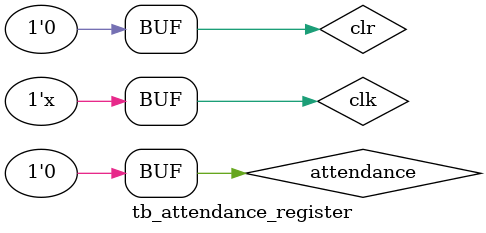
<source format=v>
`timescale 1ns / 1ps


module tb_attendance_register;
  // Inputs
  reg clk;
  reg attendance;
  reg clr;

  // Outputs
  wire is_safe;
  wire FA;
  wire [3:0]leaves;
  wire [6:0]to_attend;
  wire [6:0]total_attandance;
  wire [6:0]current_attandance;

  // Attendance register instance
  attendance_register uut_attendance_checker(
    clk,
    clr,
    attendance,
    is_safe,
    FA,
    leaves,
    to_attend,
    total_attandance,
    current_attandance
  );

    initial begin
        clk <= 1'b0;
        attendance=1;clr <= 1'b1;#1
        attendance<=1;clr <= 1'b0;#11
        attendance<=0;clr <= 1'b0;#5
        attendance<=1;clr <= 1'b0;#8
        attendance=0;
    end

    // Clock generator
    always #0.5 clk <= ~clk;

endmodule

</source>
